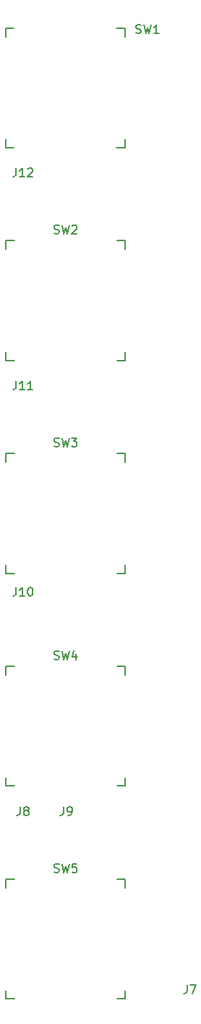
<source format=gto>
%TF.GenerationSoftware,KiCad,Pcbnew,7.0.5*%
%TF.CreationDate,2023-07-09T21:28:36-04:00*%
%TF.ProjectId,Guitar_Hero_PCB_Switches,47756974-6172-45f4-9865-726f5f504342,v01*%
%TF.SameCoordinates,Original*%
%TF.FileFunction,Legend,Top*%
%TF.FilePolarity,Positive*%
%FSLAX46Y46*%
G04 Gerber Fmt 4.6, Leading zero omitted, Abs format (unit mm)*
G04 Created by KiCad (PCBNEW 7.0.5) date 2023-07-09 21:28:36*
%MOMM*%
%LPD*%
G01*
G04 APERTURE LIST*
%ADD10C,0.150000*%
G04 APERTURE END LIST*
D10*
%TO.C,SW1*%
X143421267Y-63602400D02*
X143564124Y-63650019D01*
X143564124Y-63650019D02*
X143802219Y-63650019D01*
X143802219Y-63650019D02*
X143897457Y-63602400D01*
X143897457Y-63602400D02*
X143945076Y-63554780D01*
X143945076Y-63554780D02*
X143992695Y-63459542D01*
X143992695Y-63459542D02*
X143992695Y-63364304D01*
X143992695Y-63364304D02*
X143945076Y-63269066D01*
X143945076Y-63269066D02*
X143897457Y-63221447D01*
X143897457Y-63221447D02*
X143802219Y-63173828D01*
X143802219Y-63173828D02*
X143611743Y-63126209D01*
X143611743Y-63126209D02*
X143516505Y-63078590D01*
X143516505Y-63078590D02*
X143468886Y-63030971D01*
X143468886Y-63030971D02*
X143421267Y-62935733D01*
X143421267Y-62935733D02*
X143421267Y-62840495D01*
X143421267Y-62840495D02*
X143468886Y-62745257D01*
X143468886Y-62745257D02*
X143516505Y-62697638D01*
X143516505Y-62697638D02*
X143611743Y-62650019D01*
X143611743Y-62650019D02*
X143849838Y-62650019D01*
X143849838Y-62650019D02*
X143992695Y-62697638D01*
X144326029Y-62650019D02*
X144564124Y-63650019D01*
X144564124Y-63650019D02*
X144754600Y-62935733D01*
X144754600Y-62935733D02*
X144945076Y-63650019D01*
X144945076Y-63650019D02*
X145183172Y-62650019D01*
X146087933Y-63650019D02*
X145516505Y-63650019D01*
X145802219Y-63650019D02*
X145802219Y-62650019D01*
X145802219Y-62650019D02*
X145706981Y-62792876D01*
X145706981Y-62792876D02*
X145611743Y-62888114D01*
X145611743Y-62888114D02*
X145516505Y-62935733D01*
%TO.C,SW2*%
X133833667Y-87030200D02*
X133976524Y-87077819D01*
X133976524Y-87077819D02*
X134214619Y-87077819D01*
X134214619Y-87077819D02*
X134309857Y-87030200D01*
X134309857Y-87030200D02*
X134357476Y-86982580D01*
X134357476Y-86982580D02*
X134405095Y-86887342D01*
X134405095Y-86887342D02*
X134405095Y-86792104D01*
X134405095Y-86792104D02*
X134357476Y-86696866D01*
X134357476Y-86696866D02*
X134309857Y-86649247D01*
X134309857Y-86649247D02*
X134214619Y-86601628D01*
X134214619Y-86601628D02*
X134024143Y-86554009D01*
X134024143Y-86554009D02*
X133928905Y-86506390D01*
X133928905Y-86506390D02*
X133881286Y-86458771D01*
X133881286Y-86458771D02*
X133833667Y-86363533D01*
X133833667Y-86363533D02*
X133833667Y-86268295D01*
X133833667Y-86268295D02*
X133881286Y-86173057D01*
X133881286Y-86173057D02*
X133928905Y-86125438D01*
X133928905Y-86125438D02*
X134024143Y-86077819D01*
X134024143Y-86077819D02*
X134262238Y-86077819D01*
X134262238Y-86077819D02*
X134405095Y-86125438D01*
X134738429Y-86077819D02*
X134976524Y-87077819D01*
X134976524Y-87077819D02*
X135167000Y-86363533D01*
X135167000Y-86363533D02*
X135357476Y-87077819D01*
X135357476Y-87077819D02*
X135595572Y-86077819D01*
X135928905Y-86173057D02*
X135976524Y-86125438D01*
X135976524Y-86125438D02*
X136071762Y-86077819D01*
X136071762Y-86077819D02*
X136309857Y-86077819D01*
X136309857Y-86077819D02*
X136405095Y-86125438D01*
X136405095Y-86125438D02*
X136452714Y-86173057D01*
X136452714Y-86173057D02*
X136500333Y-86268295D01*
X136500333Y-86268295D02*
X136500333Y-86363533D01*
X136500333Y-86363533D02*
X136452714Y-86506390D01*
X136452714Y-86506390D02*
X135881286Y-87077819D01*
X135881286Y-87077819D02*
X136500333Y-87077819D01*
%TO.C,J12*%
X129365476Y-79407819D02*
X129365476Y-80122104D01*
X129365476Y-80122104D02*
X129317857Y-80264961D01*
X129317857Y-80264961D02*
X129222619Y-80360200D01*
X129222619Y-80360200D02*
X129079762Y-80407819D01*
X129079762Y-80407819D02*
X128984524Y-80407819D01*
X130365476Y-80407819D02*
X129794048Y-80407819D01*
X130079762Y-80407819D02*
X130079762Y-79407819D01*
X130079762Y-79407819D02*
X129984524Y-79550676D01*
X129984524Y-79550676D02*
X129889286Y-79645914D01*
X129889286Y-79645914D02*
X129794048Y-79693533D01*
X130746429Y-79503057D02*
X130794048Y-79455438D01*
X130794048Y-79455438D02*
X130889286Y-79407819D01*
X130889286Y-79407819D02*
X131127381Y-79407819D01*
X131127381Y-79407819D02*
X131222619Y-79455438D01*
X131222619Y-79455438D02*
X131270238Y-79503057D01*
X131270238Y-79503057D02*
X131317857Y-79598295D01*
X131317857Y-79598295D02*
X131317857Y-79693533D01*
X131317857Y-79693533D02*
X131270238Y-79836390D01*
X131270238Y-79836390D02*
X130698810Y-80407819D01*
X130698810Y-80407819D02*
X131317857Y-80407819D01*
%TO.C,J7*%
X149399666Y-174892619D02*
X149399666Y-175606904D01*
X149399666Y-175606904D02*
X149352047Y-175749761D01*
X149352047Y-175749761D02*
X149256809Y-175845000D01*
X149256809Y-175845000D02*
X149113952Y-175892619D01*
X149113952Y-175892619D02*
X149018714Y-175892619D01*
X149780619Y-174892619D02*
X150447285Y-174892619D01*
X150447285Y-174892619D02*
X150018714Y-175892619D01*
%TO.C,J9*%
X134921666Y-154083819D02*
X134921666Y-154798104D01*
X134921666Y-154798104D02*
X134874047Y-154940961D01*
X134874047Y-154940961D02*
X134778809Y-155036200D01*
X134778809Y-155036200D02*
X134635952Y-155083819D01*
X134635952Y-155083819D02*
X134540714Y-155083819D01*
X135445476Y-155083819D02*
X135635952Y-155083819D01*
X135635952Y-155083819D02*
X135731190Y-155036200D01*
X135731190Y-155036200D02*
X135778809Y-154988580D01*
X135778809Y-154988580D02*
X135874047Y-154845723D01*
X135874047Y-154845723D02*
X135921666Y-154655247D01*
X135921666Y-154655247D02*
X135921666Y-154274295D01*
X135921666Y-154274295D02*
X135874047Y-154179057D01*
X135874047Y-154179057D02*
X135826428Y-154131438D01*
X135826428Y-154131438D02*
X135731190Y-154083819D01*
X135731190Y-154083819D02*
X135540714Y-154083819D01*
X135540714Y-154083819D02*
X135445476Y-154131438D01*
X135445476Y-154131438D02*
X135397857Y-154179057D01*
X135397857Y-154179057D02*
X135350238Y-154274295D01*
X135350238Y-154274295D02*
X135350238Y-154512390D01*
X135350238Y-154512390D02*
X135397857Y-154607628D01*
X135397857Y-154607628D02*
X135445476Y-154655247D01*
X135445476Y-154655247D02*
X135540714Y-154702866D01*
X135540714Y-154702866D02*
X135731190Y-154702866D01*
X135731190Y-154702866D02*
X135826428Y-154655247D01*
X135826428Y-154655247D02*
X135874047Y-154607628D01*
X135874047Y-154607628D02*
X135921666Y-154512390D01*
%TO.C,J10*%
X129365476Y-128429819D02*
X129365476Y-129144104D01*
X129365476Y-129144104D02*
X129317857Y-129286961D01*
X129317857Y-129286961D02*
X129222619Y-129382200D01*
X129222619Y-129382200D02*
X129079762Y-129429819D01*
X129079762Y-129429819D02*
X128984524Y-129429819D01*
X130365476Y-129429819D02*
X129794048Y-129429819D01*
X130079762Y-129429819D02*
X130079762Y-128429819D01*
X130079762Y-128429819D02*
X129984524Y-128572676D01*
X129984524Y-128572676D02*
X129889286Y-128667914D01*
X129889286Y-128667914D02*
X129794048Y-128715533D01*
X130984524Y-128429819D02*
X131079762Y-128429819D01*
X131079762Y-128429819D02*
X131175000Y-128477438D01*
X131175000Y-128477438D02*
X131222619Y-128525057D01*
X131222619Y-128525057D02*
X131270238Y-128620295D01*
X131270238Y-128620295D02*
X131317857Y-128810771D01*
X131317857Y-128810771D02*
X131317857Y-129048866D01*
X131317857Y-129048866D02*
X131270238Y-129239342D01*
X131270238Y-129239342D02*
X131222619Y-129334580D01*
X131222619Y-129334580D02*
X131175000Y-129382200D01*
X131175000Y-129382200D02*
X131079762Y-129429819D01*
X131079762Y-129429819D02*
X130984524Y-129429819D01*
X130984524Y-129429819D02*
X130889286Y-129382200D01*
X130889286Y-129382200D02*
X130841667Y-129334580D01*
X130841667Y-129334580D02*
X130794048Y-129239342D01*
X130794048Y-129239342D02*
X130746429Y-129048866D01*
X130746429Y-129048866D02*
X130746429Y-128810771D01*
X130746429Y-128810771D02*
X130794048Y-128620295D01*
X130794048Y-128620295D02*
X130841667Y-128525057D01*
X130841667Y-128525057D02*
X130889286Y-128477438D01*
X130889286Y-128477438D02*
X130984524Y-128429819D01*
%TO.C,SW4*%
X133833667Y-136805200D02*
X133976524Y-136852819D01*
X133976524Y-136852819D02*
X134214619Y-136852819D01*
X134214619Y-136852819D02*
X134309857Y-136805200D01*
X134309857Y-136805200D02*
X134357476Y-136757580D01*
X134357476Y-136757580D02*
X134405095Y-136662342D01*
X134405095Y-136662342D02*
X134405095Y-136567104D01*
X134405095Y-136567104D02*
X134357476Y-136471866D01*
X134357476Y-136471866D02*
X134309857Y-136424247D01*
X134309857Y-136424247D02*
X134214619Y-136376628D01*
X134214619Y-136376628D02*
X134024143Y-136329009D01*
X134024143Y-136329009D02*
X133928905Y-136281390D01*
X133928905Y-136281390D02*
X133881286Y-136233771D01*
X133881286Y-136233771D02*
X133833667Y-136138533D01*
X133833667Y-136138533D02*
X133833667Y-136043295D01*
X133833667Y-136043295D02*
X133881286Y-135948057D01*
X133881286Y-135948057D02*
X133928905Y-135900438D01*
X133928905Y-135900438D02*
X134024143Y-135852819D01*
X134024143Y-135852819D02*
X134262238Y-135852819D01*
X134262238Y-135852819D02*
X134405095Y-135900438D01*
X134738429Y-135852819D02*
X134976524Y-136852819D01*
X134976524Y-136852819D02*
X135167000Y-136138533D01*
X135167000Y-136138533D02*
X135357476Y-136852819D01*
X135357476Y-136852819D02*
X135595572Y-135852819D01*
X136405095Y-136186152D02*
X136405095Y-136852819D01*
X136167000Y-135805200D02*
X135928905Y-136519485D01*
X135928905Y-136519485D02*
X136547952Y-136519485D01*
%TO.C,J11*%
X129365476Y-104299819D02*
X129365476Y-105014104D01*
X129365476Y-105014104D02*
X129317857Y-105156961D01*
X129317857Y-105156961D02*
X129222619Y-105252200D01*
X129222619Y-105252200D02*
X129079762Y-105299819D01*
X129079762Y-105299819D02*
X128984524Y-105299819D01*
X130365476Y-105299819D02*
X129794048Y-105299819D01*
X130079762Y-105299819D02*
X130079762Y-104299819D01*
X130079762Y-104299819D02*
X129984524Y-104442676D01*
X129984524Y-104442676D02*
X129889286Y-104537914D01*
X129889286Y-104537914D02*
X129794048Y-104585533D01*
X131317857Y-105299819D02*
X130746429Y-105299819D01*
X131032143Y-105299819D02*
X131032143Y-104299819D01*
X131032143Y-104299819D02*
X130936905Y-104442676D01*
X130936905Y-104442676D02*
X130841667Y-104537914D01*
X130841667Y-104537914D02*
X130746429Y-104585533D01*
%TO.C,SW3*%
X133833667Y-111922200D02*
X133976524Y-111969819D01*
X133976524Y-111969819D02*
X134214619Y-111969819D01*
X134214619Y-111969819D02*
X134309857Y-111922200D01*
X134309857Y-111922200D02*
X134357476Y-111874580D01*
X134357476Y-111874580D02*
X134405095Y-111779342D01*
X134405095Y-111779342D02*
X134405095Y-111684104D01*
X134405095Y-111684104D02*
X134357476Y-111588866D01*
X134357476Y-111588866D02*
X134309857Y-111541247D01*
X134309857Y-111541247D02*
X134214619Y-111493628D01*
X134214619Y-111493628D02*
X134024143Y-111446009D01*
X134024143Y-111446009D02*
X133928905Y-111398390D01*
X133928905Y-111398390D02*
X133881286Y-111350771D01*
X133881286Y-111350771D02*
X133833667Y-111255533D01*
X133833667Y-111255533D02*
X133833667Y-111160295D01*
X133833667Y-111160295D02*
X133881286Y-111065057D01*
X133881286Y-111065057D02*
X133928905Y-111017438D01*
X133928905Y-111017438D02*
X134024143Y-110969819D01*
X134024143Y-110969819D02*
X134262238Y-110969819D01*
X134262238Y-110969819D02*
X134405095Y-111017438D01*
X134738429Y-110969819D02*
X134976524Y-111969819D01*
X134976524Y-111969819D02*
X135167000Y-111255533D01*
X135167000Y-111255533D02*
X135357476Y-111969819D01*
X135357476Y-111969819D02*
X135595572Y-110969819D01*
X135881286Y-110969819D02*
X136500333Y-110969819D01*
X136500333Y-110969819D02*
X136167000Y-111350771D01*
X136167000Y-111350771D02*
X136309857Y-111350771D01*
X136309857Y-111350771D02*
X136405095Y-111398390D01*
X136405095Y-111398390D02*
X136452714Y-111446009D01*
X136452714Y-111446009D02*
X136500333Y-111541247D01*
X136500333Y-111541247D02*
X136500333Y-111779342D01*
X136500333Y-111779342D02*
X136452714Y-111874580D01*
X136452714Y-111874580D02*
X136405095Y-111922200D01*
X136405095Y-111922200D02*
X136309857Y-111969819D01*
X136309857Y-111969819D02*
X136024143Y-111969819D01*
X136024143Y-111969819D02*
X135928905Y-111922200D01*
X135928905Y-111922200D02*
X135881286Y-111874580D01*
%TO.C,SW5*%
X133833667Y-161697200D02*
X133976524Y-161744819D01*
X133976524Y-161744819D02*
X134214619Y-161744819D01*
X134214619Y-161744819D02*
X134309857Y-161697200D01*
X134309857Y-161697200D02*
X134357476Y-161649580D01*
X134357476Y-161649580D02*
X134405095Y-161554342D01*
X134405095Y-161554342D02*
X134405095Y-161459104D01*
X134405095Y-161459104D02*
X134357476Y-161363866D01*
X134357476Y-161363866D02*
X134309857Y-161316247D01*
X134309857Y-161316247D02*
X134214619Y-161268628D01*
X134214619Y-161268628D02*
X134024143Y-161221009D01*
X134024143Y-161221009D02*
X133928905Y-161173390D01*
X133928905Y-161173390D02*
X133881286Y-161125771D01*
X133881286Y-161125771D02*
X133833667Y-161030533D01*
X133833667Y-161030533D02*
X133833667Y-160935295D01*
X133833667Y-160935295D02*
X133881286Y-160840057D01*
X133881286Y-160840057D02*
X133928905Y-160792438D01*
X133928905Y-160792438D02*
X134024143Y-160744819D01*
X134024143Y-160744819D02*
X134262238Y-160744819D01*
X134262238Y-160744819D02*
X134405095Y-160792438D01*
X134738429Y-160744819D02*
X134976524Y-161744819D01*
X134976524Y-161744819D02*
X135167000Y-161030533D01*
X135167000Y-161030533D02*
X135357476Y-161744819D01*
X135357476Y-161744819D02*
X135595572Y-160744819D01*
X136452714Y-160744819D02*
X135976524Y-160744819D01*
X135976524Y-160744819D02*
X135928905Y-161221009D01*
X135928905Y-161221009D02*
X135976524Y-161173390D01*
X135976524Y-161173390D02*
X136071762Y-161125771D01*
X136071762Y-161125771D02*
X136309857Y-161125771D01*
X136309857Y-161125771D02*
X136405095Y-161173390D01*
X136405095Y-161173390D02*
X136452714Y-161221009D01*
X136452714Y-161221009D02*
X136500333Y-161316247D01*
X136500333Y-161316247D02*
X136500333Y-161554342D01*
X136500333Y-161554342D02*
X136452714Y-161649580D01*
X136452714Y-161649580D02*
X136405095Y-161697200D01*
X136405095Y-161697200D02*
X136309857Y-161744819D01*
X136309857Y-161744819D02*
X136071762Y-161744819D01*
X136071762Y-161744819D02*
X135976524Y-161697200D01*
X135976524Y-161697200D02*
X135928905Y-161649580D01*
%TO.C,J8*%
X129841666Y-154083819D02*
X129841666Y-154798104D01*
X129841666Y-154798104D02*
X129794047Y-154940961D01*
X129794047Y-154940961D02*
X129698809Y-155036200D01*
X129698809Y-155036200D02*
X129555952Y-155083819D01*
X129555952Y-155083819D02*
X129460714Y-155083819D01*
X130460714Y-154512390D02*
X130365476Y-154464771D01*
X130365476Y-154464771D02*
X130317857Y-154417152D01*
X130317857Y-154417152D02*
X130270238Y-154321914D01*
X130270238Y-154321914D02*
X130270238Y-154274295D01*
X130270238Y-154274295D02*
X130317857Y-154179057D01*
X130317857Y-154179057D02*
X130365476Y-154131438D01*
X130365476Y-154131438D02*
X130460714Y-154083819D01*
X130460714Y-154083819D02*
X130651190Y-154083819D01*
X130651190Y-154083819D02*
X130746428Y-154131438D01*
X130746428Y-154131438D02*
X130794047Y-154179057D01*
X130794047Y-154179057D02*
X130841666Y-154274295D01*
X130841666Y-154274295D02*
X130841666Y-154321914D01*
X130841666Y-154321914D02*
X130794047Y-154417152D01*
X130794047Y-154417152D02*
X130746428Y-154464771D01*
X130746428Y-154464771D02*
X130651190Y-154512390D01*
X130651190Y-154512390D02*
X130460714Y-154512390D01*
X130460714Y-154512390D02*
X130365476Y-154560009D01*
X130365476Y-154560009D02*
X130317857Y-154607628D01*
X130317857Y-154607628D02*
X130270238Y-154702866D01*
X130270238Y-154702866D02*
X130270238Y-154893342D01*
X130270238Y-154893342D02*
X130317857Y-154988580D01*
X130317857Y-154988580D02*
X130365476Y-155036200D01*
X130365476Y-155036200D02*
X130460714Y-155083819D01*
X130460714Y-155083819D02*
X130651190Y-155083819D01*
X130651190Y-155083819D02*
X130746428Y-155036200D01*
X130746428Y-155036200D02*
X130794047Y-154988580D01*
X130794047Y-154988580D02*
X130841666Y-154893342D01*
X130841666Y-154893342D02*
X130841666Y-154702866D01*
X130841666Y-154702866D02*
X130794047Y-154607628D01*
X130794047Y-154607628D02*
X130746428Y-154560009D01*
X130746428Y-154560009D02*
X130651190Y-154512390D01*
%TO.C,SW1*%
X128128000Y-64046000D02*
X128128000Y-63046000D01*
X128128000Y-77046000D02*
X128128000Y-76046000D01*
X128128000Y-77046000D02*
X129128000Y-77046000D01*
X129128000Y-63046000D02*
X128128000Y-63046000D01*
X141128000Y-77046000D02*
X142128000Y-77046000D01*
X142128000Y-63046000D02*
X141128000Y-63046000D01*
X142128000Y-63046000D02*
X142128000Y-64046000D01*
X142128000Y-76046000D02*
X142128000Y-77046000D01*
%TO.C,SW2*%
X128167000Y-88878000D02*
X128167000Y-87878000D01*
X128167000Y-101878000D02*
X128167000Y-100878000D01*
X128167000Y-101878000D02*
X129167000Y-101878000D01*
X129167000Y-87878000D02*
X128167000Y-87878000D01*
X141167000Y-101878000D02*
X142167000Y-101878000D01*
X142167000Y-87878000D02*
X141167000Y-87878000D01*
X142167000Y-87878000D02*
X142167000Y-88878000D01*
X142167000Y-100878000D02*
X142167000Y-101878000D01*
%TO.C,SW4*%
X128167000Y-138653000D02*
X128167000Y-137653000D01*
X128167000Y-151653000D02*
X128167000Y-150653000D01*
X128167000Y-151653000D02*
X129167000Y-151653000D01*
X129167000Y-137653000D02*
X128167000Y-137653000D01*
X141167000Y-151653000D02*
X142167000Y-151653000D01*
X142167000Y-137653000D02*
X141167000Y-137653000D01*
X142167000Y-137653000D02*
X142167000Y-138653000D01*
X142167000Y-150653000D02*
X142167000Y-151653000D01*
%TO.C,SW3*%
X128167000Y-113770000D02*
X128167000Y-112770000D01*
X128167000Y-126770000D02*
X128167000Y-125770000D01*
X128167000Y-126770000D02*
X129167000Y-126770000D01*
X129167000Y-112770000D02*
X128167000Y-112770000D01*
X141167000Y-126770000D02*
X142167000Y-126770000D01*
X142167000Y-112770000D02*
X141167000Y-112770000D01*
X142167000Y-112770000D02*
X142167000Y-113770000D01*
X142167000Y-125770000D02*
X142167000Y-126770000D01*
%TO.C,SW5*%
X128167000Y-163545000D02*
X128167000Y-162545000D01*
X128167000Y-176545000D02*
X128167000Y-175545000D01*
X128167000Y-176545000D02*
X129167000Y-176545000D01*
X129167000Y-162545000D02*
X128167000Y-162545000D01*
X141167000Y-176545000D02*
X142167000Y-176545000D01*
X142167000Y-162545000D02*
X141167000Y-162545000D01*
X142167000Y-162545000D02*
X142167000Y-163545000D01*
X142167000Y-175545000D02*
X142167000Y-176545000D01*
%TD*%
M02*

</source>
